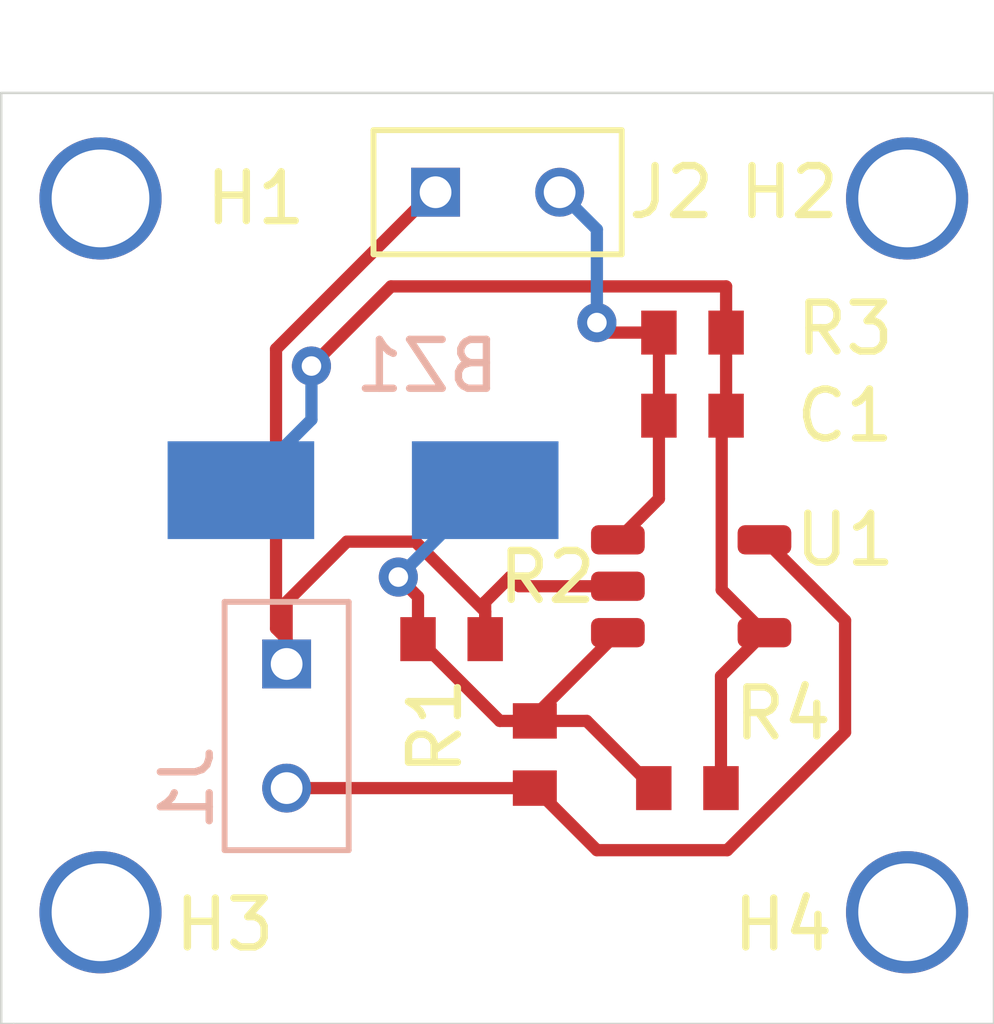
<source format=kicad_pcb>
(kicad_pcb (version 20171130) (host pcbnew 5.1.10)

  (general
    (thickness 1.6)
    (drawings 5)
    (tracks 51)
    (zones 0)
    (modules 13)
    (nets 6)
  )

  (page A4)
  (layers
    (0 F.Cu signal)
    (31 B.Cu signal)
    (32 B.Adhes user)
    (33 F.Adhes user)
    (34 B.Paste user)
    (35 F.Paste user)
    (36 B.SilkS user)
    (37 F.SilkS user)
    (38 B.Mask user)
    (39 F.Mask user)
    (40 Dwgs.User user)
    (41 Cmts.User user)
    (42 Eco1.User user)
    (43 Eco2.User user)
    (44 Edge.Cuts user)
    (45 Margin user)
    (46 B.CrtYd user hide)
    (47 F.CrtYd user hide)
    (48 B.Fab user hide)
    (49 F.Fab user hide)
  )

  (setup
    (last_trace_width 0.25)
    (trace_clearance 0.2)
    (zone_clearance 0.508)
    (zone_45_only no)
    (trace_min 0.2)
    (via_size 0.8)
    (via_drill 0.4)
    (via_min_size 0.4)
    (via_min_drill 0.3)
    (uvia_size 0.3)
    (uvia_drill 0.1)
    (uvias_allowed no)
    (uvia_min_size 0.2)
    (uvia_min_drill 0.1)
    (edge_width 0.05)
    (segment_width 0.2)
    (pcb_text_width 0.3)
    (pcb_text_size 1.5 1.5)
    (mod_edge_width 0.12)
    (mod_text_size 1 1)
    (mod_text_width 0.15)
    (pad_size 1.524 1.524)
    (pad_drill 0.762)
    (pad_to_mask_clearance 0)
    (aux_axis_origin 0 0)
    (visible_elements FFFFFF7F)
    (pcbplotparams
      (layerselection 0x010fc_ffffffff)
      (usegerberextensions false)
      (usegerberattributes true)
      (usegerberadvancedattributes true)
      (creategerberjobfile true)
      (excludeedgelayer true)
      (linewidth 0.100000)
      (plotframeref false)
      (viasonmask false)
      (mode 1)
      (useauxorigin false)
      (hpglpennumber 1)
      (hpglpenspeed 20)
      (hpglpendiameter 15.000000)
      (psnegative false)
      (psa4output false)
      (plotreference true)
      (plotvalue true)
      (plotinvisibletext false)
      (padsonsilk false)
      (subtractmaskfromsilk false)
      (outputformat 1)
      (mirror false)
      (drillshape 0)
      (scaleselection 1)
      (outputdirectory "gerbel_output/"))
  )

  (net 0 "")
  (net 1 "Net-(BZ1-Pad2)")
  (net 2 "Net-(BZ1-Pad1)")
  (net 3 "Net-(C1-Pad2)")
  (net 4 +5V)
  (net 5 GND)

  (net_class Default "This is the default net class."
    (clearance 0.2)
    (trace_width 0.25)
    (via_dia 0.8)
    (via_drill 0.4)
    (uvia_dia 0.3)
    (uvia_drill 0.1)
    (add_net +5V)
    (add_net GND)
    (add_net "Net-(BZ1-Pad1)")
    (add_net "Net-(BZ1-Pad2)")
    (add_net "Net-(C1-Pad2)")
  )

  (module exocam_charge_amp:dupont2x1 (layer F.Cu) (tedit 60AC4566) (tstamp 60AC59E9)
    (at 64.008 48.768)
    (path /60BB220E)
    (fp_text reference J2 (at 2.286 2.54) (layer F.SilkS)
      (effects (font (size 1 1) (thickness 0.15)))
    )
    (fp_text value dupont2x1 (at 0 -0.5) (layer F.Fab)
      (effects (font (size 1 1) (thickness 0.15)))
    )
    (fp_line (start -3.81 3.81) (end -3.81 1.27) (layer F.SilkS) (width 0.12))
    (fp_line (start 1.27 3.81) (end -3.81 3.81) (layer F.SilkS) (width 0.12))
    (fp_line (start 1.27 1.27) (end 1.27 3.81) (layer F.SilkS) (width 0.12))
    (fp_line (start -3.81 1.27) (end 1.27 1.27) (layer F.SilkS) (width 0.12))
    (pad 2 thru_hole circle (at 0 2.54) (size 1 1) (drill 0.65) (layers *.Cu *.Mask)
      (net 3 "Net-(C1-Pad2)"))
    (pad 1 thru_hole rect (at -2.54 2.54) (size 1 1) (drill 0.65) (layers *.Cu *.Mask)
      (net 5 GND))
  )

  (module exocam_charge_amp:mount_hole_2.5mm (layer F.Cu) (tedit 60AC5236) (tstamp 60AC5842)
    (at 72.39 62.23)
    (path /60B99959)
    (fp_text reference H4 (at -3.81 4.064) (layer F.SilkS)
      (effects (font (size 1 1) (thickness 0.15)))
    )
    (fp_text value MountingHole (at 0 -0.5) (layer F.Fab)
      (effects (font (size 1 1) (thickness 0.15)))
    )
    (pad 1 thru_hole circle (at -1.27 3.81) (size 2.5 2.5) (drill 2) (layers *.Cu *.Mask))
  )

  (module exocam_charge_amp:mount_hole_2.5mm (layer F.Cu) (tedit 60AC5236) (tstamp 60AC54CD)
    (at 55.88 62.23)
    (path /60B99095)
    (fp_text reference H3 (at 1.27 4.064) (layer F.SilkS)
      (effects (font (size 1 1) (thickness 0.15)))
    )
    (fp_text value MountingHole (at 0 -0.5) (layer F.Fab)
      (effects (font (size 1 1) (thickness 0.15)))
    )
    (pad 1 thru_hole circle (at -1.27 3.81) (size 2.5 2.5) (drill 2) (layers *.Cu *.Mask))
  )

  (module exocam_charge_amp:mount_hole_2.5mm (layer F.Cu) (tedit 60AC5236) (tstamp 60AC584E)
    (at 72.39 47.625)
    (path /60B9898F)
    (fp_text reference H2 (at -3.683 3.683) (layer F.SilkS)
      (effects (font (size 1 1) (thickness 0.15)))
    )
    (fp_text value MountingHole (at 0 -0.5) (layer F.Fab)
      (effects (font (size 1 1) (thickness 0.15)))
    )
    (pad 1 thru_hole circle (at -1.27 3.81) (size 2.5 2.5) (drill 2) (layers *.Cu *.Mask))
  )

  (module exocam_charge_amp:mount_hole_2.5mm (layer F.Cu) (tedit 60AC5236) (tstamp 60AC54C3)
    (at 55.88 47.625)
    (path /60B97329)
    (fp_text reference H1 (at 1.905 3.81) (layer F.SilkS)
      (effects (font (size 1 1) (thickness 0.15)))
    )
    (fp_text value MountingHole (at 0 -0.5) (layer F.Fab)
      (effects (font (size 1 1) (thickness 0.15)))
    )
    (pad 1 thru_hole circle (at -1.27 3.81) (size 2.5 2.5) (drill 2) (layers *.Cu *.Mask))
  )

  (module exocam_charge_amp:TLV2271DBV (layer F.Cu) (tedit 60AC35F4) (tstamp 60AC4772)
    (at 66.47 55.88)
    (path /60B61039)
    (fp_text reference U1 (at 3.38 2.54) (layer F.SilkS)
      (effects (font (size 1 1) (thickness 0.15)))
    )
    (fp_text value TLV2771CDBVT (at 0 -0.5) (layer F.Fab)
      (effects (font (size 1 1) (thickness 0.15)))
    )
    (pad 4 smd roundrect (at 1.73 4.44) (size 1.1 0.6) (layers F.Cu F.Paste F.Mask) (roundrect_rratio 0.25)
      (net 2 "Net-(BZ1-Pad1)"))
    (pad 3 smd roundrect (at -1.27 4.44) (size 1.1 0.6) (layers F.Cu F.Paste F.Mask) (roundrect_rratio 0.25)
      (net 1 "Net-(BZ1-Pad2)"))
    (pad 2 smd roundrect (at -1.27 3.49) (size 1.1 0.6) (layers F.Cu F.Paste F.Mask) (roundrect_rratio 0.25)
      (net 5 GND))
    (pad 5 smd roundrect (at 1.73 2.54) (size 1.1 0.6) (layers F.Cu F.Paste F.Mask) (roundrect_rratio 0.25)
      (net 4 +5V))
    (pad 1 smd roundrect (at -1.27 2.54) (size 1.1 0.6) (layers F.Cu F.Paste F.Mask) (roundrect_rratio 0.25)
      (net 3 "Net-(C1-Pad2)"))
  )

  (module exocam_charge_amp:0603_R (layer F.Cu) (tedit 60AC3F9B) (tstamp 60AC4769)
    (at 67.205 60.96)
    (path /60AECA35)
    (fp_text reference R4 (at 1.375 1.016) (layer F.SilkS)
      (effects (font (size 1 1) (thickness 0.15)))
    )
    (fp_text value 1M (at 0 -0.5) (layer F.Fab)
      (effects (font (size 1 1) (thickness 0.15)))
    )
    (pad 2 smd rect (at 0.105 2.54) (size 0.725 0.9) (layers F.Cu F.Paste F.Mask)
      (net 2 "Net-(BZ1-Pad1)"))
    (pad 1 smd rect (at -1.27 2.54) (size 0.725 0.9) (layers F.Cu F.Paste F.Mask)
      (net 1 "Net-(BZ1-Pad2)"))
  )

  (module exocam_charge_amp:0603_R (layer F.Cu) (tedit 60AC3F9B) (tstamp 60AC4763)
    (at 66.145 56.72 180)
    (path /60ACB29B)
    (fp_text reference R3 (at -3.705 2.618) (layer F.SilkS)
      (effects (font (size 1 1) (thickness 0.15)))
    )
    (fp_text value 1M (at 0 -0.5) (layer F.Fab)
      (effects (font (size 1 1) (thickness 0.15)))
    )
    (pad 2 smd rect (at 0.105 2.54 180) (size 0.725 0.9) (layers F.Cu F.Paste F.Mask)
      (net 3 "Net-(C1-Pad2)"))
    (pad 1 smd rect (at -1.27 2.54 180) (size 0.725 0.9) (layers F.Cu F.Paste F.Mask)
      (net 2 "Net-(BZ1-Pad1)"))
  )

  (module exocam_charge_amp:0603_R (layer F.Cu) (tedit 60AC3F9B) (tstamp 60AC4BDC)
    (at 62.379 57.912)
    (path /60AC57F6)
    (fp_text reference R2 (at 1.375 1.27) (layer F.SilkS)
      (effects (font (size 1 1) (thickness 0.15)))
    )
    (fp_text value 1k (at 0 -0.5) (layer F.Fab)
      (effects (font (size 1 1) (thickness 0.15)))
    )
    (pad 2 smd rect (at 0.105 2.54) (size 0.725 0.9) (layers F.Cu F.Paste F.Mask)
      (net 5 GND))
    (pad 1 smd rect (at -1.27 2.54) (size 0.725 0.9) (layers F.Cu F.Paste F.Mask)
      (net 1 "Net-(BZ1-Pad2)"))
  )

  (module exocam_charge_amp:0603_R (layer F.Cu) (tedit 60AC3F9B) (tstamp 60AC4757)
    (at 60.96 62.23 90)
    (path /60AC52F9)
    (fp_text reference R1 (at 0 0.5 90) (layer F.SilkS)
      (effects (font (size 1 1) (thickness 0.15)))
    )
    (fp_text value 1k (at 0 -0.5 90) (layer F.Fab)
      (effects (font (size 1 1) (thickness 0.15)))
    )
    (pad 2 smd rect (at 0.105 2.54 90) (size 0.725 0.9) (layers F.Cu F.Paste F.Mask)
      (net 1 "Net-(BZ1-Pad2)"))
    (pad 1 smd rect (at -1.27 2.54 90) (size 0.725 0.9) (layers F.Cu F.Paste F.Mask)
      (net 4 +5V))
  )

  (module exocam_charge_amp:dupont2x1 (layer B.Cu) (tedit 60AC4566) (tstamp 60AC4751)
    (at 55.88 63.5 270)
    (path /60B80DC6)
    (fp_text reference J1 (at 0 -0.5 90) (layer B.SilkS)
      (effects (font (size 1 1) (thickness 0.15)) (justify mirror))
    )
    (fp_text value dupont2x1 (at 0 0.5 90) (layer B.Fab)
      (effects (font (size 1 1) (thickness 0.15)) (justify mirror))
    )
    (fp_line (start -3.81 -3.81) (end -3.81 -1.27) (layer B.SilkS) (width 0.12))
    (fp_line (start 1.27 -3.81) (end -3.81 -3.81) (layer B.SilkS) (width 0.12))
    (fp_line (start 1.27 -1.27) (end 1.27 -3.81) (layer B.SilkS) (width 0.12))
    (fp_line (start -3.81 -1.27) (end 1.27 -1.27) (layer B.SilkS) (width 0.12))
    (pad 2 thru_hole circle (at 0 -2.54 270) (size 1 1) (drill 0.65) (layers *.Cu *.Mask)
      (net 4 +5V))
    (pad 1 thru_hole rect (at -2.54 -2.54 270) (size 1 1) (drill 0.65) (layers *.Cu *.Mask)
      (net 5 GND))
  )

  (module exocam_charge_amp:0603_R (layer F.Cu) (tedit 60AC3F9B) (tstamp 60AC4747)
    (at 66.145 58.42 180)
    (path /60AC9C31)
    (fp_text reference C1 (at -3.705 2.54) (layer F.SilkS)
      (effects (font (size 1 1) (thickness 0.15)))
    )
    (fp_text value 5pF (at 0 -0.5) (layer F.Fab)
      (effects (font (size 1 1) (thickness 0.15)))
    )
    (pad 2 smd rect (at 0.105 2.54 180) (size 0.725 0.9) (layers F.Cu F.Paste F.Mask)
      (net 3 "Net-(C1-Pad2)"))
    (pad 1 smd rect (at -1.27 2.54 180) (size 0.725 0.9) (layers F.Cu F.Paste F.Mask)
      (net 2 "Net-(BZ1-Pad1)"))
  )

  (module exocam_charge_amp:piezo_buzzer (layer B.Cu) (tedit 60AC40D4) (tstamp 60AC4741)
    (at 60.024 59.944)
    (path /60AEB9E7)
    (fp_text reference BZ1 (at 1.27 -5.08) (layer B.SilkS)
      (effects (font (size 1 1) (thickness 0.15)) (justify mirror))
    )
    (fp_text value Buzzer (at 0 0.5) (layer B.Fab)
      (effects (font (size 1 1) (thickness 0.15)) (justify mirror))
    )
    (pad 2 smd rect (at 2.46 -2.54) (size 3 2) (layers B.Cu B.Paste B.Mask)
      (net 1 "Net-(BZ1-Pad2)"))
    (pad 1 smd rect (at -2.54 -2.54) (size 3 2) (layers B.Cu B.Paste B.Mask)
      (net 2 "Net-(BZ1-Pad1)"))
  )

  (gr_line (start 52.578 68.326) (end 52.578 49.276) (layer Edge.Cuts) (width 0.05) (tstamp 60AC5864))
  (gr_line (start 52.832 68.326) (end 52.578 68.326) (layer Edge.Cuts) (width 0.05))
  (gr_line (start 72.898 68.326) (end 52.832 68.326) (layer Edge.Cuts) (width 0.05))
  (gr_line (start 72.898 49.276) (end 72.898 68.326) (layer Edge.Cuts) (width 0.05))
  (gr_line (start 52.578 49.276) (end 72.898 49.276) (layer Edge.Cuts) (width 0.05))

  (segment (start 63.5 62.02) (end 65.2 60.32) (width 0.25) (layer F.Cu) (net 1))
  (segment (start 63.5 62.125) (end 63.5 62.02) (width 0.25) (layer F.Cu) (net 1))
  (segment (start 64.56 62.125) (end 65.935 63.5) (width 0.25) (layer F.Cu) (net 1))
  (segment (start 63.5 62.125) (end 64.56 62.125) (width 0.25) (layer F.Cu) (net 1))
  (via (at 60.706 59.182) (size 0.8) (drill 0.4) (layers F.Cu B.Cu) (net 1))
  (segment (start 62.782 62.125) (end 63.5 62.125) (width 0.25) (layer F.Cu) (net 1))
  (segment (start 61.109 60.452) (end 62.782 62.125) (width 0.25) (layer F.Cu) (net 1))
  (segment (start 60.706 59.182) (end 62.484 57.404) (width 0.25) (layer B.Cu) (net 1))
  (segment (start 61.109 59.585) (end 60.706 59.182) (width 0.25) (layer F.Cu) (net 1))
  (segment (start 61.109 60.452) (end 61.109 59.585) (width 0.25) (layer F.Cu) (net 1))
  (via (at 58.928 54.864) (size 0.8) (drill 0.4) (layers F.Cu B.Cu) (net 2) (tstamp 60AC4E70))
  (segment (start 67.31 61.21) (end 68.2 60.32) (width 0.25) (layer F.Cu) (net 2))
  (segment (start 67.31 63.5) (end 67.31 61.21) (width 0.25) (layer F.Cu) (net 2))
  (segment (start 67.32499 59.44499) (end 68.2 60.32) (width 0.25) (layer F.Cu) (net 2))
  (segment (start 67.32499 55.97001) (end 67.32499 59.44499) (width 0.25) (layer F.Cu) (net 2))
  (segment (start 67.415 55.88) (end 67.32499 55.97001) (width 0.25) (layer F.Cu) (net 2))
  (segment (start 67.415 54.18) (end 67.415 55.88) (width 0.25) (layer F.Cu) (net 2))
  (segment (start 60.557 53.235) (end 58.928 54.864) (width 0.25) (layer F.Cu) (net 2))
  (segment (start 67.415 53.235) (end 60.557 53.235) (width 0.25) (layer F.Cu) (net 2))
  (segment (start 67.415 54.18) (end 67.415 53.235) (width 0.25) (layer F.Cu) (net 2))
  (segment (start 58.928 55.96) (end 57.484 57.404) (width 0.25) (layer B.Cu) (net 2))
  (segment (start 58.928 54.864) (end 58.928 55.96) (width 0.25) (layer B.Cu) (net 2))
  (segment (start 66.04 57.58) (end 65.2 58.42) (width 0.25) (layer F.Cu) (net 3))
  (segment (start 66.04 55.88) (end 66.04 57.58) (width 0.25) (layer F.Cu) (net 3))
  (segment (start 66.04 54.18) (end 66.04 54.18) (width 0.25) (layer F.Cu) (net 3))
  (segment (start 66.04 54.18) (end 66.04 55.88) (width 0.25) (layer F.Cu) (net 3) (tstamp 60AC5A9B))
  (via (at 64.77 53.975) (size 0.8) (drill 0.4) (layers F.Cu B.Cu) (net 3))
  (segment (start 64.975 54.18) (end 64.77 53.975) (width 0.25) (layer F.Cu) (net 3))
  (segment (start 66.04 54.18) (end 64.975 54.18) (width 0.25) (layer F.Cu) (net 3))
  (segment (start 64.77 52.07) (end 64.008 51.308) (width 0.25) (layer B.Cu) (net 3))
  (segment (start 64.77 53.975) (end 64.77 52.07) (width 0.25) (layer B.Cu) (net 3))
  (segment (start 58.42 63.5) (end 63.5 63.5) (width 0.25) (layer F.Cu) (net 4))
  (segment (start 63.5 63.5) (end 64.77 64.77) (width 0.25) (layer F.Cu) (net 4))
  (segment (start 67.437502 64.77) (end 69.85 62.357502) (width 0.25) (layer F.Cu) (net 4))
  (segment (start 64.77 64.77) (end 67.437502 64.77) (width 0.25) (layer F.Cu) (net 4))
  (segment (start 69.85 60.07) (end 68.2 58.42) (width 0.25) (layer F.Cu) (net 4))
  (segment (start 69.85 62.357502) (end 69.85 60.07) (width 0.25) (layer F.Cu) (net 4))
  (segment (start 63.18 59.37) (end 65.2 59.37) (width 0.25) (layer F.Cu) (net 5))
  (segment (start 62.484 59.69) (end 62.992 59.182) (width 0.25) (layer F.Cu) (net 5))
  (segment (start 62.484 60.452) (end 62.484 59.69) (width 0.25) (layer F.Cu) (net 5))
  (segment (start 62.992 59.182) (end 63.18 59.37) (width 0.25) (layer F.Cu) (net 5))
  (segment (start 62.484 59.886998) (end 62.484 60.452) (width 0.25) (layer F.Cu) (net 5))
  (segment (start 61.054001 58.456999) (end 62.484 59.886998) (width 0.25) (layer F.Cu) (net 5))
  (segment (start 59.653001 58.456999) (end 61.054001 58.456999) (width 0.25) (layer F.Cu) (net 5))
  (segment (start 58.42 59.69) (end 59.653001 58.456999) (width 0.25) (layer F.Cu) (net 5))
  (segment (start 61.410998 51.308) (end 61.468 51.308) (width 0.25) (layer F.Cu) (net 5))
  (segment (start 58.202999 54.515999) (end 61.410998 51.308) (width 0.25) (layer F.Cu) (net 5))
  (segment (start 58.202999 60.234999) (end 58.202999 54.515999) (width 0.25) (layer F.Cu) (net 5))
  (segment (start 58.42 60.96) (end 58.42 60.452) (width 0.25) (layer F.Cu) (net 5))
  (segment (start 58.42 60.452) (end 58.202999 60.234999) (width 0.25) (layer F.Cu) (net 5))
  (segment (start 58.42 60.452) (end 58.42 59.69) (width 0.25) (layer F.Cu) (net 5))

)

</source>
